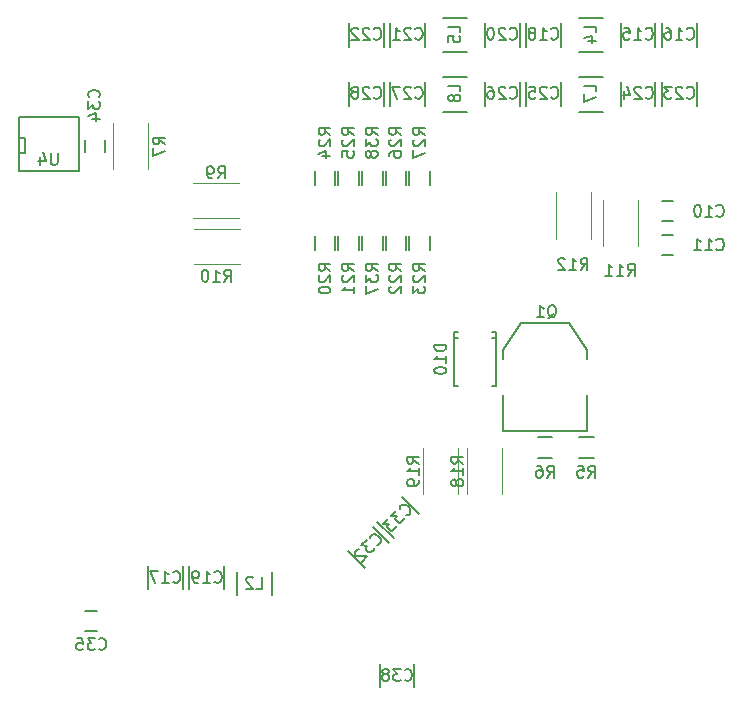
<source format=gbo>
G04 #@! TF.FileFunction,Legend,Bot*
%FSLAX46Y46*%
G04 Gerber Fmt 4.6, Leading zero omitted, Abs format (unit mm)*
G04 Created by KiCad (PCBNEW 4.0.6-e0-6349~53~ubuntu16.04.1) date Thu Aug 24 14:07:56 2017*
%MOMM*%
%LPD*%
G01*
G04 APERTURE LIST*
%ADD10C,0.100000*%
%ADD11C,0.150000*%
%ADD12C,0.120000*%
%ADD13R,1.200000X1.450000*%
%ADD14R,0.708000X1.343000*%
%ADD15R,1.927200X1.927200*%
%ADD16O,1.927200X1.927200*%
%ADD17R,2.700000X1.200000*%
%ADD18R,1.450000X1.200000*%
%ADD19R,1.200000X2.700000*%
%ADD20R,3.857600X2.232000*%
%ADD21R,1.216000X2.232000*%
%ADD22R,0.900000X1.500000*%
%ADD23C,11.200000*%
%ADD24R,1.500000X0.900000*%
%ADD25R,2.232000X2.232000*%
%ADD26O,2.232000X2.232000*%
%ADD27C,2.232000*%
%ADD28C,1.724000*%
%ADD29C,1.200000*%
%ADD30R,0.960000X2.000000*%
%ADD31R,2.000860X2.699360*%
%ADD32R,1.800000X1.600000*%
%ADD33R,1.600000X1.800000*%
G04 APERTURE END LIST*
D10*
D11*
X125000000Y-89202346D02*
X124000000Y-89202346D01*
X124000000Y-87502346D02*
X125000000Y-87502346D01*
X69555000Y-82111000D02*
X74635000Y-82111000D01*
X74635000Y-82111000D02*
X74635000Y-77539000D01*
X74635000Y-77539000D02*
X69555000Y-77539000D01*
X69555000Y-77539000D02*
X69555000Y-82111000D01*
X69555000Y-80587000D02*
X70063000Y-80587000D01*
X70063000Y-80587000D02*
X70063000Y-79317000D01*
X70063000Y-79317000D02*
X69555000Y-79317000D01*
X120525000Y-71573638D02*
X120525000Y-69573638D01*
X123475000Y-69573638D02*
X123475000Y-71573638D01*
X124025000Y-71573638D02*
X124025000Y-69573638D01*
X126975000Y-69573638D02*
X126975000Y-71573638D01*
X83475000Y-115500000D02*
X83475000Y-117500000D01*
X80525000Y-117500000D02*
X80525000Y-115500000D01*
X112525000Y-71573638D02*
X112525000Y-69573638D01*
X115475000Y-69573638D02*
X115475000Y-71573638D01*
X86975000Y-115500000D02*
X86975000Y-117500000D01*
X84025000Y-117500000D02*
X84025000Y-115500000D01*
X109025000Y-71573638D02*
X109025000Y-69573638D01*
X111975000Y-69573638D02*
X111975000Y-71573638D01*
X101025000Y-71573638D02*
X101025000Y-69573638D01*
X103975000Y-69573638D02*
X103975000Y-71573638D01*
X97525000Y-71573638D02*
X97525000Y-69573638D01*
X100475000Y-69573638D02*
X100475000Y-71573638D01*
X124025000Y-76573638D02*
X124025000Y-74573638D01*
X126975000Y-74573638D02*
X126975000Y-76573638D01*
X120525000Y-76573638D02*
X120525000Y-74573638D01*
X123475000Y-74573638D02*
X123475000Y-76573638D01*
X112525000Y-76573638D02*
X112525000Y-74573638D01*
X115475000Y-74573638D02*
X115475000Y-76573638D01*
X109025000Y-76573638D02*
X109025000Y-74573638D01*
X111975000Y-74573638D02*
X111975000Y-76573638D01*
X101025000Y-76573638D02*
X101025000Y-74573638D01*
X103975000Y-74573638D02*
X103975000Y-76573638D01*
X97525000Y-76573638D02*
X97525000Y-74573638D01*
X100475000Y-74573638D02*
X100475000Y-76573638D01*
X98853464Y-115689429D02*
X97439251Y-114275216D01*
X99525216Y-112189251D02*
X100939429Y-113603464D01*
X101353464Y-113189429D02*
X99939251Y-111775216D01*
X102025216Y-109689251D02*
X103439429Y-111103464D01*
X75150000Y-80500000D02*
X75150000Y-79500000D01*
X76850000Y-79500000D02*
X76850000Y-80500000D01*
X75202876Y-119340452D02*
X76202876Y-119340452D01*
X76202876Y-121040452D02*
X75202876Y-121040452D01*
X90975000Y-116000000D02*
X90975000Y-118000000D01*
X88025000Y-118000000D02*
X88025000Y-116000000D01*
X117000000Y-69098638D02*
X119000000Y-69098638D01*
X119000000Y-72048638D02*
X117000000Y-72048638D01*
X105500000Y-69098638D02*
X107500000Y-69098638D01*
X107500000Y-72048638D02*
X105500000Y-72048638D01*
X119000000Y-77048638D02*
X117000000Y-77048638D01*
X117000000Y-74098638D02*
X119000000Y-74098638D01*
X107500000Y-77048638D02*
X105500000Y-77048638D01*
X105500000Y-74098638D02*
X107500000Y-74098638D01*
X117694692Y-101008396D02*
X117694692Y-104056396D01*
X117694692Y-104056396D02*
X110582692Y-104056396D01*
X110582692Y-104056396D02*
X110582692Y-101008396D01*
X117694692Y-97960396D02*
X117694692Y-97198396D01*
X117694692Y-97198396D02*
X116170692Y-94912396D01*
X116170692Y-94912396D02*
X112106692Y-94912396D01*
X112106692Y-94912396D02*
X110582692Y-97198396D01*
X110582692Y-97198396D02*
X110582692Y-97960396D01*
X118238692Y-104609396D02*
X117038692Y-104609396D01*
X117038692Y-106359396D02*
X118238692Y-106359396D01*
X114738692Y-104609396D02*
X113538692Y-104609396D01*
X113538692Y-106359396D02*
X114738692Y-106359396D01*
X94625000Y-87583272D02*
X94625000Y-88783272D01*
X96375000Y-88783272D02*
X96375000Y-87583272D01*
X96625000Y-87583272D02*
X96625000Y-88783272D01*
X98375000Y-88783272D02*
X98375000Y-87583272D01*
X100625000Y-87583272D02*
X100625000Y-88783272D01*
X102375000Y-88783272D02*
X102375000Y-87583272D01*
X102625000Y-87583272D02*
X102625000Y-88783272D01*
X104375000Y-88783272D02*
X104375000Y-87583272D01*
X94625000Y-82083272D02*
X94625000Y-83283272D01*
X96375000Y-83283272D02*
X96375000Y-82083272D01*
X96625000Y-82083272D02*
X96625000Y-83283272D01*
X98375000Y-83283272D02*
X98375000Y-82083272D01*
X100625000Y-82083272D02*
X100625000Y-83283272D01*
X102375000Y-83283272D02*
X102375000Y-82083272D01*
X102625000Y-82083272D02*
X102625000Y-83283272D01*
X104375000Y-83283272D02*
X104375000Y-82083272D01*
X98625000Y-87583272D02*
X98625000Y-88783272D01*
X100375000Y-88783272D02*
X100375000Y-87583272D01*
X98625000Y-82083272D02*
X98625000Y-83283272D01*
X100375000Y-83283272D02*
X100375000Y-82083272D01*
X125000000Y-86350000D02*
X124000000Y-86350000D01*
X124000000Y-84650000D02*
X125000000Y-84650000D01*
X100125000Y-125800000D02*
X100125000Y-123800000D01*
X103075000Y-123800000D02*
X103075000Y-125800000D01*
X109950060Y-96200860D02*
X109599540Y-96200860D01*
X106449940Y-96200860D02*
X106800460Y-96200860D01*
X109950060Y-100250440D02*
X109599540Y-100250440D01*
X109950060Y-95749560D02*
X109599540Y-95749560D01*
X106449940Y-95749560D02*
X106800460Y-95749560D01*
X106449940Y-100250440D02*
X106800460Y-100250440D01*
X109950060Y-95749560D02*
X109950060Y-100250440D01*
X106449940Y-95749560D02*
X106449940Y-100250440D01*
D12*
X117980000Y-87802346D02*
X117980000Y-83902346D01*
X115020000Y-83902346D02*
X115020000Y-87802346D01*
X121980000Y-88450000D02*
X121980000Y-84550000D01*
X119020000Y-84550000D02*
X119020000Y-88450000D01*
X88274788Y-87020000D02*
X84374788Y-87020000D01*
X84374788Y-89980000D02*
X88274788Y-89980000D01*
X88224788Y-83120000D02*
X84324788Y-83120000D01*
X84324788Y-86080000D02*
X88224788Y-86080000D01*
X77520000Y-78050000D02*
X77520000Y-81950000D01*
X80480000Y-81950000D02*
X80480000Y-78050000D01*
X106730000Y-109450000D02*
X106730000Y-105550000D01*
X103770000Y-105550000D02*
X103770000Y-109450000D01*
X110480000Y-109450000D02*
X110480000Y-105550000D01*
X107520000Y-105550000D02*
X107520000Y-109450000D01*
D11*
X128642857Y-88709489D02*
X128690476Y-88757108D01*
X128833333Y-88804727D01*
X128928571Y-88804727D01*
X129071429Y-88757108D01*
X129166667Y-88661870D01*
X129214286Y-88566632D01*
X129261905Y-88376156D01*
X129261905Y-88233298D01*
X129214286Y-88042822D01*
X129166667Y-87947584D01*
X129071429Y-87852346D01*
X128928571Y-87804727D01*
X128833333Y-87804727D01*
X128690476Y-87852346D01*
X128642857Y-87899965D01*
X127690476Y-88804727D02*
X128261905Y-88804727D01*
X127976191Y-88804727D02*
X127976191Y-87804727D01*
X128071429Y-87947584D01*
X128166667Y-88042822D01*
X128261905Y-88090441D01*
X126738095Y-88804727D02*
X127309524Y-88804727D01*
X127023810Y-88804727D02*
X127023810Y-87804727D01*
X127119048Y-87947584D01*
X127214286Y-88042822D01*
X127309524Y-88090441D01*
X72856905Y-80547381D02*
X72856905Y-81356905D01*
X72809286Y-81452143D01*
X72761667Y-81499762D01*
X72666429Y-81547381D01*
X72475952Y-81547381D01*
X72380714Y-81499762D01*
X72333095Y-81452143D01*
X72285476Y-81356905D01*
X72285476Y-80547381D01*
X71380714Y-80880714D02*
X71380714Y-81547381D01*
X71618810Y-80499762D02*
X71856905Y-81214048D01*
X71237857Y-81214048D01*
X122642857Y-70857143D02*
X122690476Y-70904762D01*
X122833333Y-70952381D01*
X122928571Y-70952381D01*
X123071429Y-70904762D01*
X123166667Y-70809524D01*
X123214286Y-70714286D01*
X123261905Y-70523810D01*
X123261905Y-70380952D01*
X123214286Y-70190476D01*
X123166667Y-70095238D01*
X123071429Y-70000000D01*
X122928571Y-69952381D01*
X122833333Y-69952381D01*
X122690476Y-70000000D01*
X122642857Y-70047619D01*
X121690476Y-70952381D02*
X122261905Y-70952381D01*
X121976191Y-70952381D02*
X121976191Y-69952381D01*
X122071429Y-70095238D01*
X122166667Y-70190476D01*
X122261905Y-70238095D01*
X120785714Y-69952381D02*
X121261905Y-69952381D01*
X121309524Y-70428571D01*
X121261905Y-70380952D01*
X121166667Y-70333333D01*
X120928571Y-70333333D01*
X120833333Y-70380952D01*
X120785714Y-70428571D01*
X120738095Y-70523810D01*
X120738095Y-70761905D01*
X120785714Y-70857143D01*
X120833333Y-70904762D01*
X120928571Y-70952381D01*
X121166667Y-70952381D01*
X121261905Y-70904762D01*
X121309524Y-70857143D01*
X126142857Y-70857143D02*
X126190476Y-70904762D01*
X126333333Y-70952381D01*
X126428571Y-70952381D01*
X126571429Y-70904762D01*
X126666667Y-70809524D01*
X126714286Y-70714286D01*
X126761905Y-70523810D01*
X126761905Y-70380952D01*
X126714286Y-70190476D01*
X126666667Y-70095238D01*
X126571429Y-70000000D01*
X126428571Y-69952381D01*
X126333333Y-69952381D01*
X126190476Y-70000000D01*
X126142857Y-70047619D01*
X125190476Y-70952381D02*
X125761905Y-70952381D01*
X125476191Y-70952381D02*
X125476191Y-69952381D01*
X125571429Y-70095238D01*
X125666667Y-70190476D01*
X125761905Y-70238095D01*
X124333333Y-69952381D02*
X124523810Y-69952381D01*
X124619048Y-70000000D01*
X124666667Y-70047619D01*
X124761905Y-70190476D01*
X124809524Y-70380952D01*
X124809524Y-70761905D01*
X124761905Y-70857143D01*
X124714286Y-70904762D01*
X124619048Y-70952381D01*
X124428571Y-70952381D01*
X124333333Y-70904762D01*
X124285714Y-70857143D01*
X124238095Y-70761905D01*
X124238095Y-70523810D01*
X124285714Y-70428571D01*
X124333333Y-70380952D01*
X124428571Y-70333333D01*
X124619048Y-70333333D01*
X124714286Y-70380952D01*
X124761905Y-70428571D01*
X124809524Y-70523810D01*
X82642857Y-116857143D02*
X82690476Y-116904762D01*
X82833333Y-116952381D01*
X82928571Y-116952381D01*
X83071429Y-116904762D01*
X83166667Y-116809524D01*
X83214286Y-116714286D01*
X83261905Y-116523810D01*
X83261905Y-116380952D01*
X83214286Y-116190476D01*
X83166667Y-116095238D01*
X83071429Y-116000000D01*
X82928571Y-115952381D01*
X82833333Y-115952381D01*
X82690476Y-116000000D01*
X82642857Y-116047619D01*
X81690476Y-116952381D02*
X82261905Y-116952381D01*
X81976191Y-116952381D02*
X81976191Y-115952381D01*
X82071429Y-116095238D01*
X82166667Y-116190476D01*
X82261905Y-116238095D01*
X81357143Y-115952381D02*
X80690476Y-115952381D01*
X81119048Y-116952381D01*
X114642857Y-70857143D02*
X114690476Y-70904762D01*
X114833333Y-70952381D01*
X114928571Y-70952381D01*
X115071429Y-70904762D01*
X115166667Y-70809524D01*
X115214286Y-70714286D01*
X115261905Y-70523810D01*
X115261905Y-70380952D01*
X115214286Y-70190476D01*
X115166667Y-70095238D01*
X115071429Y-70000000D01*
X114928571Y-69952381D01*
X114833333Y-69952381D01*
X114690476Y-70000000D01*
X114642857Y-70047619D01*
X113690476Y-70952381D02*
X114261905Y-70952381D01*
X113976191Y-70952381D02*
X113976191Y-69952381D01*
X114071429Y-70095238D01*
X114166667Y-70190476D01*
X114261905Y-70238095D01*
X113119048Y-70380952D02*
X113214286Y-70333333D01*
X113261905Y-70285714D01*
X113309524Y-70190476D01*
X113309524Y-70142857D01*
X113261905Y-70047619D01*
X113214286Y-70000000D01*
X113119048Y-69952381D01*
X112928571Y-69952381D01*
X112833333Y-70000000D01*
X112785714Y-70047619D01*
X112738095Y-70142857D01*
X112738095Y-70190476D01*
X112785714Y-70285714D01*
X112833333Y-70333333D01*
X112928571Y-70380952D01*
X113119048Y-70380952D01*
X113214286Y-70428571D01*
X113261905Y-70476190D01*
X113309524Y-70571429D01*
X113309524Y-70761905D01*
X113261905Y-70857143D01*
X113214286Y-70904762D01*
X113119048Y-70952381D01*
X112928571Y-70952381D01*
X112833333Y-70904762D01*
X112785714Y-70857143D01*
X112738095Y-70761905D01*
X112738095Y-70571429D01*
X112785714Y-70476190D01*
X112833333Y-70428571D01*
X112928571Y-70380952D01*
X86142857Y-116857143D02*
X86190476Y-116904762D01*
X86333333Y-116952381D01*
X86428571Y-116952381D01*
X86571429Y-116904762D01*
X86666667Y-116809524D01*
X86714286Y-116714286D01*
X86761905Y-116523810D01*
X86761905Y-116380952D01*
X86714286Y-116190476D01*
X86666667Y-116095238D01*
X86571429Y-116000000D01*
X86428571Y-115952381D01*
X86333333Y-115952381D01*
X86190476Y-116000000D01*
X86142857Y-116047619D01*
X85190476Y-116952381D02*
X85761905Y-116952381D01*
X85476191Y-116952381D02*
X85476191Y-115952381D01*
X85571429Y-116095238D01*
X85666667Y-116190476D01*
X85761905Y-116238095D01*
X84714286Y-116952381D02*
X84523810Y-116952381D01*
X84428571Y-116904762D01*
X84380952Y-116857143D01*
X84285714Y-116714286D01*
X84238095Y-116523810D01*
X84238095Y-116142857D01*
X84285714Y-116047619D01*
X84333333Y-116000000D01*
X84428571Y-115952381D01*
X84619048Y-115952381D01*
X84714286Y-116000000D01*
X84761905Y-116047619D01*
X84809524Y-116142857D01*
X84809524Y-116380952D01*
X84761905Y-116476190D01*
X84714286Y-116523810D01*
X84619048Y-116571429D01*
X84428571Y-116571429D01*
X84333333Y-116523810D01*
X84285714Y-116476190D01*
X84238095Y-116380952D01*
X111142857Y-70857143D02*
X111190476Y-70904762D01*
X111333333Y-70952381D01*
X111428571Y-70952381D01*
X111571429Y-70904762D01*
X111666667Y-70809524D01*
X111714286Y-70714286D01*
X111761905Y-70523810D01*
X111761905Y-70380952D01*
X111714286Y-70190476D01*
X111666667Y-70095238D01*
X111571429Y-70000000D01*
X111428571Y-69952381D01*
X111333333Y-69952381D01*
X111190476Y-70000000D01*
X111142857Y-70047619D01*
X110761905Y-70047619D02*
X110714286Y-70000000D01*
X110619048Y-69952381D01*
X110380952Y-69952381D01*
X110285714Y-70000000D01*
X110238095Y-70047619D01*
X110190476Y-70142857D01*
X110190476Y-70238095D01*
X110238095Y-70380952D01*
X110809524Y-70952381D01*
X110190476Y-70952381D01*
X109571429Y-69952381D02*
X109476190Y-69952381D01*
X109380952Y-70000000D01*
X109333333Y-70047619D01*
X109285714Y-70142857D01*
X109238095Y-70333333D01*
X109238095Y-70571429D01*
X109285714Y-70761905D01*
X109333333Y-70857143D01*
X109380952Y-70904762D01*
X109476190Y-70952381D01*
X109571429Y-70952381D01*
X109666667Y-70904762D01*
X109714286Y-70857143D01*
X109761905Y-70761905D01*
X109809524Y-70571429D01*
X109809524Y-70333333D01*
X109761905Y-70142857D01*
X109714286Y-70047619D01*
X109666667Y-70000000D01*
X109571429Y-69952381D01*
X103142857Y-70857143D02*
X103190476Y-70904762D01*
X103333333Y-70952381D01*
X103428571Y-70952381D01*
X103571429Y-70904762D01*
X103666667Y-70809524D01*
X103714286Y-70714286D01*
X103761905Y-70523810D01*
X103761905Y-70380952D01*
X103714286Y-70190476D01*
X103666667Y-70095238D01*
X103571429Y-70000000D01*
X103428571Y-69952381D01*
X103333333Y-69952381D01*
X103190476Y-70000000D01*
X103142857Y-70047619D01*
X102761905Y-70047619D02*
X102714286Y-70000000D01*
X102619048Y-69952381D01*
X102380952Y-69952381D01*
X102285714Y-70000000D01*
X102238095Y-70047619D01*
X102190476Y-70142857D01*
X102190476Y-70238095D01*
X102238095Y-70380952D01*
X102809524Y-70952381D01*
X102190476Y-70952381D01*
X101238095Y-70952381D02*
X101809524Y-70952381D01*
X101523810Y-70952381D02*
X101523810Y-69952381D01*
X101619048Y-70095238D01*
X101714286Y-70190476D01*
X101809524Y-70238095D01*
X99642857Y-70857143D02*
X99690476Y-70904762D01*
X99833333Y-70952381D01*
X99928571Y-70952381D01*
X100071429Y-70904762D01*
X100166667Y-70809524D01*
X100214286Y-70714286D01*
X100261905Y-70523810D01*
X100261905Y-70380952D01*
X100214286Y-70190476D01*
X100166667Y-70095238D01*
X100071429Y-70000000D01*
X99928571Y-69952381D01*
X99833333Y-69952381D01*
X99690476Y-70000000D01*
X99642857Y-70047619D01*
X99261905Y-70047619D02*
X99214286Y-70000000D01*
X99119048Y-69952381D01*
X98880952Y-69952381D01*
X98785714Y-70000000D01*
X98738095Y-70047619D01*
X98690476Y-70142857D01*
X98690476Y-70238095D01*
X98738095Y-70380952D01*
X99309524Y-70952381D01*
X98690476Y-70952381D01*
X98309524Y-70047619D02*
X98261905Y-70000000D01*
X98166667Y-69952381D01*
X97928571Y-69952381D01*
X97833333Y-70000000D01*
X97785714Y-70047619D01*
X97738095Y-70142857D01*
X97738095Y-70238095D01*
X97785714Y-70380952D01*
X98357143Y-70952381D01*
X97738095Y-70952381D01*
X126142857Y-75857143D02*
X126190476Y-75904762D01*
X126333333Y-75952381D01*
X126428571Y-75952381D01*
X126571429Y-75904762D01*
X126666667Y-75809524D01*
X126714286Y-75714286D01*
X126761905Y-75523810D01*
X126761905Y-75380952D01*
X126714286Y-75190476D01*
X126666667Y-75095238D01*
X126571429Y-75000000D01*
X126428571Y-74952381D01*
X126333333Y-74952381D01*
X126190476Y-75000000D01*
X126142857Y-75047619D01*
X125761905Y-75047619D02*
X125714286Y-75000000D01*
X125619048Y-74952381D01*
X125380952Y-74952381D01*
X125285714Y-75000000D01*
X125238095Y-75047619D01*
X125190476Y-75142857D01*
X125190476Y-75238095D01*
X125238095Y-75380952D01*
X125809524Y-75952381D01*
X125190476Y-75952381D01*
X124857143Y-74952381D02*
X124238095Y-74952381D01*
X124571429Y-75333333D01*
X124428571Y-75333333D01*
X124333333Y-75380952D01*
X124285714Y-75428571D01*
X124238095Y-75523810D01*
X124238095Y-75761905D01*
X124285714Y-75857143D01*
X124333333Y-75904762D01*
X124428571Y-75952381D01*
X124714286Y-75952381D01*
X124809524Y-75904762D01*
X124857143Y-75857143D01*
X122642857Y-75857143D02*
X122690476Y-75904762D01*
X122833333Y-75952381D01*
X122928571Y-75952381D01*
X123071429Y-75904762D01*
X123166667Y-75809524D01*
X123214286Y-75714286D01*
X123261905Y-75523810D01*
X123261905Y-75380952D01*
X123214286Y-75190476D01*
X123166667Y-75095238D01*
X123071429Y-75000000D01*
X122928571Y-74952381D01*
X122833333Y-74952381D01*
X122690476Y-75000000D01*
X122642857Y-75047619D01*
X122261905Y-75047619D02*
X122214286Y-75000000D01*
X122119048Y-74952381D01*
X121880952Y-74952381D01*
X121785714Y-75000000D01*
X121738095Y-75047619D01*
X121690476Y-75142857D01*
X121690476Y-75238095D01*
X121738095Y-75380952D01*
X122309524Y-75952381D01*
X121690476Y-75952381D01*
X120833333Y-75285714D02*
X120833333Y-75952381D01*
X121071429Y-74904762D02*
X121309524Y-75619048D01*
X120690476Y-75619048D01*
X114642857Y-75857143D02*
X114690476Y-75904762D01*
X114833333Y-75952381D01*
X114928571Y-75952381D01*
X115071429Y-75904762D01*
X115166667Y-75809524D01*
X115214286Y-75714286D01*
X115261905Y-75523810D01*
X115261905Y-75380952D01*
X115214286Y-75190476D01*
X115166667Y-75095238D01*
X115071429Y-75000000D01*
X114928571Y-74952381D01*
X114833333Y-74952381D01*
X114690476Y-75000000D01*
X114642857Y-75047619D01*
X114261905Y-75047619D02*
X114214286Y-75000000D01*
X114119048Y-74952381D01*
X113880952Y-74952381D01*
X113785714Y-75000000D01*
X113738095Y-75047619D01*
X113690476Y-75142857D01*
X113690476Y-75238095D01*
X113738095Y-75380952D01*
X114309524Y-75952381D01*
X113690476Y-75952381D01*
X112785714Y-74952381D02*
X113261905Y-74952381D01*
X113309524Y-75428571D01*
X113261905Y-75380952D01*
X113166667Y-75333333D01*
X112928571Y-75333333D01*
X112833333Y-75380952D01*
X112785714Y-75428571D01*
X112738095Y-75523810D01*
X112738095Y-75761905D01*
X112785714Y-75857143D01*
X112833333Y-75904762D01*
X112928571Y-75952381D01*
X113166667Y-75952381D01*
X113261905Y-75904762D01*
X113309524Y-75857143D01*
X111142857Y-75857143D02*
X111190476Y-75904762D01*
X111333333Y-75952381D01*
X111428571Y-75952381D01*
X111571429Y-75904762D01*
X111666667Y-75809524D01*
X111714286Y-75714286D01*
X111761905Y-75523810D01*
X111761905Y-75380952D01*
X111714286Y-75190476D01*
X111666667Y-75095238D01*
X111571429Y-75000000D01*
X111428571Y-74952381D01*
X111333333Y-74952381D01*
X111190476Y-75000000D01*
X111142857Y-75047619D01*
X110761905Y-75047619D02*
X110714286Y-75000000D01*
X110619048Y-74952381D01*
X110380952Y-74952381D01*
X110285714Y-75000000D01*
X110238095Y-75047619D01*
X110190476Y-75142857D01*
X110190476Y-75238095D01*
X110238095Y-75380952D01*
X110809524Y-75952381D01*
X110190476Y-75952381D01*
X109333333Y-74952381D02*
X109523810Y-74952381D01*
X109619048Y-75000000D01*
X109666667Y-75047619D01*
X109761905Y-75190476D01*
X109809524Y-75380952D01*
X109809524Y-75761905D01*
X109761905Y-75857143D01*
X109714286Y-75904762D01*
X109619048Y-75952381D01*
X109428571Y-75952381D01*
X109333333Y-75904762D01*
X109285714Y-75857143D01*
X109238095Y-75761905D01*
X109238095Y-75523810D01*
X109285714Y-75428571D01*
X109333333Y-75380952D01*
X109428571Y-75333333D01*
X109619048Y-75333333D01*
X109714286Y-75380952D01*
X109761905Y-75428571D01*
X109809524Y-75523810D01*
X103142857Y-75857143D02*
X103190476Y-75904762D01*
X103333333Y-75952381D01*
X103428571Y-75952381D01*
X103571429Y-75904762D01*
X103666667Y-75809524D01*
X103714286Y-75714286D01*
X103761905Y-75523810D01*
X103761905Y-75380952D01*
X103714286Y-75190476D01*
X103666667Y-75095238D01*
X103571429Y-75000000D01*
X103428571Y-74952381D01*
X103333333Y-74952381D01*
X103190476Y-75000000D01*
X103142857Y-75047619D01*
X102761905Y-75047619D02*
X102714286Y-75000000D01*
X102619048Y-74952381D01*
X102380952Y-74952381D01*
X102285714Y-75000000D01*
X102238095Y-75047619D01*
X102190476Y-75142857D01*
X102190476Y-75238095D01*
X102238095Y-75380952D01*
X102809524Y-75952381D01*
X102190476Y-75952381D01*
X101857143Y-74952381D02*
X101190476Y-74952381D01*
X101619048Y-75952381D01*
X99642857Y-75857143D02*
X99690476Y-75904762D01*
X99833333Y-75952381D01*
X99928571Y-75952381D01*
X100071429Y-75904762D01*
X100166667Y-75809524D01*
X100214286Y-75714286D01*
X100261905Y-75523810D01*
X100261905Y-75380952D01*
X100214286Y-75190476D01*
X100166667Y-75095238D01*
X100071429Y-75000000D01*
X99928571Y-74952381D01*
X99833333Y-74952381D01*
X99690476Y-75000000D01*
X99642857Y-75047619D01*
X99261905Y-75047619D02*
X99214286Y-75000000D01*
X99119048Y-74952381D01*
X98880952Y-74952381D01*
X98785714Y-75000000D01*
X98738095Y-75047619D01*
X98690476Y-75142857D01*
X98690476Y-75238095D01*
X98738095Y-75380952D01*
X99309524Y-75952381D01*
X98690476Y-75952381D01*
X98119048Y-75380952D02*
X98214286Y-75333333D01*
X98261905Y-75285714D01*
X98309524Y-75190476D01*
X98309524Y-75142857D01*
X98261905Y-75047619D01*
X98214286Y-75000000D01*
X98119048Y-74952381D01*
X97928571Y-74952381D01*
X97833333Y-75000000D01*
X97785714Y-75047619D01*
X97738095Y-75142857D01*
X97738095Y-75190476D01*
X97785714Y-75285714D01*
X97833333Y-75333333D01*
X97928571Y-75380952D01*
X98119048Y-75380952D01*
X98214286Y-75428571D01*
X98261905Y-75476190D01*
X98309524Y-75571429D01*
X98309524Y-75761905D01*
X98261905Y-75857143D01*
X98214286Y-75904762D01*
X98119048Y-75952381D01*
X97928571Y-75952381D01*
X97833333Y-75904762D01*
X97785714Y-75857143D01*
X97738095Y-75761905D01*
X97738095Y-75571429D01*
X97785714Y-75476190D01*
X97833333Y-75428571D01*
X97928571Y-75380952D01*
X99896447Y-113737310D02*
X99963790Y-113737310D01*
X100098477Y-113669966D01*
X100165821Y-113602623D01*
X100233165Y-113467935D01*
X100233165Y-113333248D01*
X100199493Y-113232233D01*
X100098478Y-113063875D01*
X99997462Y-112962859D01*
X99829103Y-112861844D01*
X99728088Y-112828172D01*
X99593401Y-112828172D01*
X99458714Y-112895516D01*
X99391370Y-112962859D01*
X99324027Y-113097546D01*
X99324027Y-113164890D01*
X99020981Y-113333248D02*
X98583248Y-113770981D01*
X99088325Y-113804652D01*
X98987309Y-113905668D01*
X98953637Y-114006683D01*
X98953637Y-114074027D01*
X98987310Y-114175043D01*
X99155668Y-114343401D01*
X99256683Y-114377073D01*
X99324027Y-114377073D01*
X99425042Y-114343401D01*
X99627073Y-114141370D01*
X99660745Y-114040355D01*
X99660745Y-113973012D01*
X98381218Y-114107699D02*
X98313875Y-114107699D01*
X98212859Y-114141370D01*
X98044500Y-114309730D01*
X98010828Y-114410745D01*
X98010828Y-114478088D01*
X98044500Y-114579103D01*
X98111844Y-114646447D01*
X98246530Y-114713790D01*
X99054653Y-114713790D01*
X98616920Y-115151523D01*
X102396447Y-111237310D02*
X102463790Y-111237310D01*
X102598477Y-111169966D01*
X102665821Y-111102623D01*
X102733165Y-110967935D01*
X102733165Y-110833248D01*
X102699493Y-110732233D01*
X102598478Y-110563875D01*
X102497462Y-110462859D01*
X102329103Y-110361844D01*
X102228088Y-110328172D01*
X102093401Y-110328172D01*
X101958714Y-110395516D01*
X101891370Y-110462859D01*
X101824027Y-110597546D01*
X101824027Y-110664890D01*
X101520981Y-110833248D02*
X101083248Y-111270981D01*
X101588325Y-111304652D01*
X101487309Y-111405668D01*
X101453637Y-111506683D01*
X101453637Y-111574027D01*
X101487310Y-111675043D01*
X101655668Y-111843401D01*
X101756683Y-111877073D01*
X101824027Y-111877073D01*
X101925042Y-111843401D01*
X102127073Y-111641370D01*
X102160745Y-111540355D01*
X102160745Y-111473012D01*
X100847546Y-111506683D02*
X100409813Y-111944416D01*
X100914890Y-111978087D01*
X100813874Y-112079103D01*
X100780202Y-112180118D01*
X100780202Y-112247462D01*
X100813875Y-112348478D01*
X100982233Y-112516836D01*
X101083248Y-112550508D01*
X101150592Y-112550508D01*
X101251607Y-112516836D01*
X101453638Y-112314805D01*
X101487310Y-112213790D01*
X101487310Y-112146447D01*
X76357143Y-75857143D02*
X76404762Y-75809524D01*
X76452381Y-75666667D01*
X76452381Y-75571429D01*
X76404762Y-75428571D01*
X76309524Y-75333333D01*
X76214286Y-75285714D01*
X76023810Y-75238095D01*
X75880952Y-75238095D01*
X75690476Y-75285714D01*
X75595238Y-75333333D01*
X75500000Y-75428571D01*
X75452381Y-75571429D01*
X75452381Y-75666667D01*
X75500000Y-75809524D01*
X75547619Y-75857143D01*
X75452381Y-76190476D02*
X75452381Y-76809524D01*
X75833333Y-76476190D01*
X75833333Y-76619048D01*
X75880952Y-76714286D01*
X75928571Y-76761905D01*
X76023810Y-76809524D01*
X76261905Y-76809524D01*
X76357143Y-76761905D01*
X76404762Y-76714286D01*
X76452381Y-76619048D01*
X76452381Y-76333333D01*
X76404762Y-76238095D01*
X76357143Y-76190476D01*
X75785714Y-77666667D02*
X76452381Y-77666667D01*
X75404762Y-77428571D02*
X76119048Y-77190476D01*
X76119048Y-77809524D01*
X76345733Y-122547595D02*
X76393352Y-122595214D01*
X76536209Y-122642833D01*
X76631447Y-122642833D01*
X76774305Y-122595214D01*
X76869543Y-122499976D01*
X76917162Y-122404738D01*
X76964781Y-122214262D01*
X76964781Y-122071404D01*
X76917162Y-121880928D01*
X76869543Y-121785690D01*
X76774305Y-121690452D01*
X76631447Y-121642833D01*
X76536209Y-121642833D01*
X76393352Y-121690452D01*
X76345733Y-121738071D01*
X76012400Y-121642833D02*
X75393352Y-121642833D01*
X75726686Y-122023785D01*
X75583828Y-122023785D01*
X75488590Y-122071404D01*
X75440971Y-122119023D01*
X75393352Y-122214262D01*
X75393352Y-122452357D01*
X75440971Y-122547595D01*
X75488590Y-122595214D01*
X75583828Y-122642833D01*
X75869543Y-122642833D01*
X75964781Y-122595214D01*
X76012400Y-122547595D01*
X74488590Y-121642833D02*
X74964781Y-121642833D01*
X75012400Y-122119023D01*
X74964781Y-122071404D01*
X74869543Y-122023785D01*
X74631447Y-122023785D01*
X74536209Y-122071404D01*
X74488590Y-122119023D01*
X74440971Y-122214262D01*
X74440971Y-122452357D01*
X74488590Y-122547595D01*
X74536209Y-122595214D01*
X74631447Y-122642833D01*
X74869543Y-122642833D01*
X74964781Y-122595214D01*
X75012400Y-122547595D01*
X89666666Y-117452381D02*
X90142857Y-117452381D01*
X90142857Y-116452381D01*
X89380952Y-116547619D02*
X89333333Y-116500000D01*
X89238095Y-116452381D01*
X88999999Y-116452381D01*
X88904761Y-116500000D01*
X88857142Y-116547619D01*
X88809523Y-116642857D01*
X88809523Y-116738095D01*
X88857142Y-116880952D01*
X89428571Y-117452381D01*
X88809523Y-117452381D01*
X118452381Y-70333334D02*
X118452381Y-69857143D01*
X117452381Y-69857143D01*
X117785714Y-71095239D02*
X118452381Y-71095239D01*
X117404762Y-70857143D02*
X118119048Y-70619048D01*
X118119048Y-71238096D01*
X106952381Y-70333334D02*
X106952381Y-69857143D01*
X105952381Y-69857143D01*
X105952381Y-71142858D02*
X105952381Y-70666667D01*
X106428571Y-70619048D01*
X106380952Y-70666667D01*
X106333333Y-70761905D01*
X106333333Y-71000001D01*
X106380952Y-71095239D01*
X106428571Y-71142858D01*
X106523810Y-71190477D01*
X106761905Y-71190477D01*
X106857143Y-71142858D01*
X106904762Y-71095239D01*
X106952381Y-71000001D01*
X106952381Y-70761905D01*
X106904762Y-70666667D01*
X106857143Y-70619048D01*
X118452381Y-75333334D02*
X118452381Y-74857143D01*
X117452381Y-74857143D01*
X117452381Y-75571429D02*
X117452381Y-76238096D01*
X118452381Y-75809524D01*
X106952381Y-75333334D02*
X106952381Y-74857143D01*
X105952381Y-74857143D01*
X106380952Y-75809524D02*
X106333333Y-75714286D01*
X106285714Y-75666667D01*
X106190476Y-75619048D01*
X106142857Y-75619048D01*
X106047619Y-75666667D01*
X106000000Y-75714286D01*
X105952381Y-75809524D01*
X105952381Y-76000001D01*
X106000000Y-76095239D01*
X106047619Y-76142858D01*
X106142857Y-76190477D01*
X106190476Y-76190477D01*
X106285714Y-76142858D01*
X106333333Y-76095239D01*
X106380952Y-76000001D01*
X106380952Y-75809524D01*
X106428571Y-75714286D01*
X106476190Y-75666667D01*
X106571429Y-75619048D01*
X106761905Y-75619048D01*
X106857143Y-75666667D01*
X106904762Y-75714286D01*
X106952381Y-75809524D01*
X106952381Y-76000001D01*
X106904762Y-76095239D01*
X106857143Y-76142858D01*
X106761905Y-76190477D01*
X106571429Y-76190477D01*
X106476190Y-76142858D01*
X106428571Y-76095239D01*
X106380952Y-76000001D01*
X114345238Y-94547619D02*
X114440476Y-94500000D01*
X114535714Y-94404762D01*
X114678571Y-94261905D01*
X114773810Y-94214286D01*
X114869048Y-94214286D01*
X114821429Y-94452381D02*
X114916667Y-94404762D01*
X115011905Y-94309524D01*
X115059524Y-94119048D01*
X115059524Y-93785714D01*
X115011905Y-93595238D01*
X114916667Y-93500000D01*
X114821429Y-93452381D01*
X114630952Y-93452381D01*
X114535714Y-93500000D01*
X114440476Y-93595238D01*
X114392857Y-93785714D01*
X114392857Y-94119048D01*
X114440476Y-94309524D01*
X114535714Y-94404762D01*
X114630952Y-94452381D01*
X114821429Y-94452381D01*
X113440476Y-94452381D02*
X114011905Y-94452381D01*
X113726191Y-94452381D02*
X113726191Y-93452381D01*
X113821429Y-93595238D01*
X113916667Y-93690476D01*
X114011905Y-93738095D01*
X117805358Y-108036777D02*
X118138692Y-107560586D01*
X118376787Y-108036777D02*
X118376787Y-107036777D01*
X117995834Y-107036777D01*
X117900596Y-107084396D01*
X117852977Y-107132015D01*
X117805358Y-107227253D01*
X117805358Y-107370110D01*
X117852977Y-107465348D01*
X117900596Y-107512967D01*
X117995834Y-107560586D01*
X118376787Y-107560586D01*
X116900596Y-107036777D02*
X117376787Y-107036777D01*
X117424406Y-107512967D01*
X117376787Y-107465348D01*
X117281549Y-107417729D01*
X117043453Y-107417729D01*
X116948215Y-107465348D01*
X116900596Y-107512967D01*
X116852977Y-107608206D01*
X116852977Y-107846301D01*
X116900596Y-107941539D01*
X116948215Y-107989158D01*
X117043453Y-108036777D01*
X117281549Y-108036777D01*
X117376787Y-107989158D01*
X117424406Y-107941539D01*
X114305358Y-108036777D02*
X114638692Y-107560586D01*
X114876787Y-108036777D02*
X114876787Y-107036777D01*
X114495834Y-107036777D01*
X114400596Y-107084396D01*
X114352977Y-107132015D01*
X114305358Y-107227253D01*
X114305358Y-107370110D01*
X114352977Y-107465348D01*
X114400596Y-107512967D01*
X114495834Y-107560586D01*
X114876787Y-107560586D01*
X113448215Y-107036777D02*
X113638692Y-107036777D01*
X113733930Y-107084396D01*
X113781549Y-107132015D01*
X113876787Y-107274872D01*
X113924406Y-107465348D01*
X113924406Y-107846301D01*
X113876787Y-107941539D01*
X113829168Y-107989158D01*
X113733930Y-108036777D01*
X113543453Y-108036777D01*
X113448215Y-107989158D01*
X113400596Y-107941539D01*
X113352977Y-107846301D01*
X113352977Y-107608206D01*
X113400596Y-107512967D01*
X113448215Y-107465348D01*
X113543453Y-107417729D01*
X113733930Y-107417729D01*
X113829168Y-107465348D01*
X113876787Y-107512967D01*
X113924406Y-107608206D01*
X95952381Y-90540415D02*
X95476190Y-90207081D01*
X95952381Y-89968986D02*
X94952381Y-89968986D01*
X94952381Y-90349939D01*
X95000000Y-90445177D01*
X95047619Y-90492796D01*
X95142857Y-90540415D01*
X95285714Y-90540415D01*
X95380952Y-90492796D01*
X95428571Y-90445177D01*
X95476190Y-90349939D01*
X95476190Y-89968986D01*
X95047619Y-90921367D02*
X95000000Y-90968986D01*
X94952381Y-91064224D01*
X94952381Y-91302320D01*
X95000000Y-91397558D01*
X95047619Y-91445177D01*
X95142857Y-91492796D01*
X95238095Y-91492796D01*
X95380952Y-91445177D01*
X95952381Y-90873748D01*
X95952381Y-91492796D01*
X94952381Y-92111843D02*
X94952381Y-92207082D01*
X95000000Y-92302320D01*
X95047619Y-92349939D01*
X95142857Y-92397558D01*
X95333333Y-92445177D01*
X95571429Y-92445177D01*
X95761905Y-92397558D01*
X95857143Y-92349939D01*
X95904762Y-92302320D01*
X95952381Y-92207082D01*
X95952381Y-92111843D01*
X95904762Y-92016605D01*
X95857143Y-91968986D01*
X95761905Y-91921367D01*
X95571429Y-91873748D01*
X95333333Y-91873748D01*
X95142857Y-91921367D01*
X95047619Y-91968986D01*
X95000000Y-92016605D01*
X94952381Y-92111843D01*
X97952381Y-90540415D02*
X97476190Y-90207081D01*
X97952381Y-89968986D02*
X96952381Y-89968986D01*
X96952381Y-90349939D01*
X97000000Y-90445177D01*
X97047619Y-90492796D01*
X97142857Y-90540415D01*
X97285714Y-90540415D01*
X97380952Y-90492796D01*
X97428571Y-90445177D01*
X97476190Y-90349939D01*
X97476190Y-89968986D01*
X97047619Y-90921367D02*
X97000000Y-90968986D01*
X96952381Y-91064224D01*
X96952381Y-91302320D01*
X97000000Y-91397558D01*
X97047619Y-91445177D01*
X97142857Y-91492796D01*
X97238095Y-91492796D01*
X97380952Y-91445177D01*
X97952381Y-90873748D01*
X97952381Y-91492796D01*
X97952381Y-92445177D02*
X97952381Y-91873748D01*
X97952381Y-92159462D02*
X96952381Y-92159462D01*
X97095238Y-92064224D01*
X97190476Y-91968986D01*
X97238095Y-91873748D01*
X101952381Y-90540415D02*
X101476190Y-90207081D01*
X101952381Y-89968986D02*
X100952381Y-89968986D01*
X100952381Y-90349939D01*
X101000000Y-90445177D01*
X101047619Y-90492796D01*
X101142857Y-90540415D01*
X101285714Y-90540415D01*
X101380952Y-90492796D01*
X101428571Y-90445177D01*
X101476190Y-90349939D01*
X101476190Y-89968986D01*
X101047619Y-90921367D02*
X101000000Y-90968986D01*
X100952381Y-91064224D01*
X100952381Y-91302320D01*
X101000000Y-91397558D01*
X101047619Y-91445177D01*
X101142857Y-91492796D01*
X101238095Y-91492796D01*
X101380952Y-91445177D01*
X101952381Y-90873748D01*
X101952381Y-91492796D01*
X101047619Y-91873748D02*
X101000000Y-91921367D01*
X100952381Y-92016605D01*
X100952381Y-92254701D01*
X101000000Y-92349939D01*
X101047619Y-92397558D01*
X101142857Y-92445177D01*
X101238095Y-92445177D01*
X101380952Y-92397558D01*
X101952381Y-91826129D01*
X101952381Y-92445177D01*
X103952381Y-90540415D02*
X103476190Y-90207081D01*
X103952381Y-89968986D02*
X102952381Y-89968986D01*
X102952381Y-90349939D01*
X103000000Y-90445177D01*
X103047619Y-90492796D01*
X103142857Y-90540415D01*
X103285714Y-90540415D01*
X103380952Y-90492796D01*
X103428571Y-90445177D01*
X103476190Y-90349939D01*
X103476190Y-89968986D01*
X103047619Y-90921367D02*
X103000000Y-90968986D01*
X102952381Y-91064224D01*
X102952381Y-91302320D01*
X103000000Y-91397558D01*
X103047619Y-91445177D01*
X103142857Y-91492796D01*
X103238095Y-91492796D01*
X103380952Y-91445177D01*
X103952381Y-90873748D01*
X103952381Y-91492796D01*
X102952381Y-91826129D02*
X102952381Y-92445177D01*
X103333333Y-92111843D01*
X103333333Y-92254701D01*
X103380952Y-92349939D01*
X103428571Y-92397558D01*
X103523810Y-92445177D01*
X103761905Y-92445177D01*
X103857143Y-92397558D01*
X103904762Y-92349939D01*
X103952381Y-92254701D01*
X103952381Y-91968986D01*
X103904762Y-91873748D01*
X103857143Y-91826129D01*
X95952381Y-79040415D02*
X95476190Y-78707081D01*
X95952381Y-78468986D02*
X94952381Y-78468986D01*
X94952381Y-78849939D01*
X95000000Y-78945177D01*
X95047619Y-78992796D01*
X95142857Y-79040415D01*
X95285714Y-79040415D01*
X95380952Y-78992796D01*
X95428571Y-78945177D01*
X95476190Y-78849939D01*
X95476190Y-78468986D01*
X95047619Y-79421367D02*
X95000000Y-79468986D01*
X94952381Y-79564224D01*
X94952381Y-79802320D01*
X95000000Y-79897558D01*
X95047619Y-79945177D01*
X95142857Y-79992796D01*
X95238095Y-79992796D01*
X95380952Y-79945177D01*
X95952381Y-79373748D01*
X95952381Y-79992796D01*
X95285714Y-80849939D02*
X95952381Y-80849939D01*
X94904762Y-80611843D02*
X95619048Y-80373748D01*
X95619048Y-80992796D01*
X97952381Y-79040415D02*
X97476190Y-78707081D01*
X97952381Y-78468986D02*
X96952381Y-78468986D01*
X96952381Y-78849939D01*
X97000000Y-78945177D01*
X97047619Y-78992796D01*
X97142857Y-79040415D01*
X97285714Y-79040415D01*
X97380952Y-78992796D01*
X97428571Y-78945177D01*
X97476190Y-78849939D01*
X97476190Y-78468986D01*
X97047619Y-79421367D02*
X97000000Y-79468986D01*
X96952381Y-79564224D01*
X96952381Y-79802320D01*
X97000000Y-79897558D01*
X97047619Y-79945177D01*
X97142857Y-79992796D01*
X97238095Y-79992796D01*
X97380952Y-79945177D01*
X97952381Y-79373748D01*
X97952381Y-79992796D01*
X96952381Y-80897558D02*
X96952381Y-80421367D01*
X97428571Y-80373748D01*
X97380952Y-80421367D01*
X97333333Y-80516605D01*
X97333333Y-80754701D01*
X97380952Y-80849939D01*
X97428571Y-80897558D01*
X97523810Y-80945177D01*
X97761905Y-80945177D01*
X97857143Y-80897558D01*
X97904762Y-80849939D01*
X97952381Y-80754701D01*
X97952381Y-80516605D01*
X97904762Y-80421367D01*
X97857143Y-80373748D01*
X101952381Y-79040415D02*
X101476190Y-78707081D01*
X101952381Y-78468986D02*
X100952381Y-78468986D01*
X100952381Y-78849939D01*
X101000000Y-78945177D01*
X101047619Y-78992796D01*
X101142857Y-79040415D01*
X101285714Y-79040415D01*
X101380952Y-78992796D01*
X101428571Y-78945177D01*
X101476190Y-78849939D01*
X101476190Y-78468986D01*
X101047619Y-79421367D02*
X101000000Y-79468986D01*
X100952381Y-79564224D01*
X100952381Y-79802320D01*
X101000000Y-79897558D01*
X101047619Y-79945177D01*
X101142857Y-79992796D01*
X101238095Y-79992796D01*
X101380952Y-79945177D01*
X101952381Y-79373748D01*
X101952381Y-79992796D01*
X100952381Y-80849939D02*
X100952381Y-80659462D01*
X101000000Y-80564224D01*
X101047619Y-80516605D01*
X101190476Y-80421367D01*
X101380952Y-80373748D01*
X101761905Y-80373748D01*
X101857143Y-80421367D01*
X101904762Y-80468986D01*
X101952381Y-80564224D01*
X101952381Y-80754701D01*
X101904762Y-80849939D01*
X101857143Y-80897558D01*
X101761905Y-80945177D01*
X101523810Y-80945177D01*
X101428571Y-80897558D01*
X101380952Y-80849939D01*
X101333333Y-80754701D01*
X101333333Y-80564224D01*
X101380952Y-80468986D01*
X101428571Y-80421367D01*
X101523810Y-80373748D01*
X103952381Y-79040415D02*
X103476190Y-78707081D01*
X103952381Y-78468986D02*
X102952381Y-78468986D01*
X102952381Y-78849939D01*
X103000000Y-78945177D01*
X103047619Y-78992796D01*
X103142857Y-79040415D01*
X103285714Y-79040415D01*
X103380952Y-78992796D01*
X103428571Y-78945177D01*
X103476190Y-78849939D01*
X103476190Y-78468986D01*
X103047619Y-79421367D02*
X103000000Y-79468986D01*
X102952381Y-79564224D01*
X102952381Y-79802320D01*
X103000000Y-79897558D01*
X103047619Y-79945177D01*
X103142857Y-79992796D01*
X103238095Y-79992796D01*
X103380952Y-79945177D01*
X103952381Y-79373748D01*
X103952381Y-79992796D01*
X102952381Y-80326129D02*
X102952381Y-80992796D01*
X103952381Y-80564224D01*
X99952381Y-90540415D02*
X99476190Y-90207081D01*
X99952381Y-89968986D02*
X98952381Y-89968986D01*
X98952381Y-90349939D01*
X99000000Y-90445177D01*
X99047619Y-90492796D01*
X99142857Y-90540415D01*
X99285714Y-90540415D01*
X99380952Y-90492796D01*
X99428571Y-90445177D01*
X99476190Y-90349939D01*
X99476190Y-89968986D01*
X98952381Y-90873748D02*
X98952381Y-91492796D01*
X99333333Y-91159462D01*
X99333333Y-91302320D01*
X99380952Y-91397558D01*
X99428571Y-91445177D01*
X99523810Y-91492796D01*
X99761905Y-91492796D01*
X99857143Y-91445177D01*
X99904762Y-91397558D01*
X99952381Y-91302320D01*
X99952381Y-91016605D01*
X99904762Y-90921367D01*
X99857143Y-90873748D01*
X98952381Y-91826129D02*
X98952381Y-92492796D01*
X99952381Y-92064224D01*
X99952381Y-79040415D02*
X99476190Y-78707081D01*
X99952381Y-78468986D02*
X98952381Y-78468986D01*
X98952381Y-78849939D01*
X99000000Y-78945177D01*
X99047619Y-78992796D01*
X99142857Y-79040415D01*
X99285714Y-79040415D01*
X99380952Y-78992796D01*
X99428571Y-78945177D01*
X99476190Y-78849939D01*
X99476190Y-78468986D01*
X98952381Y-79373748D02*
X98952381Y-79992796D01*
X99333333Y-79659462D01*
X99333333Y-79802320D01*
X99380952Y-79897558D01*
X99428571Y-79945177D01*
X99523810Y-79992796D01*
X99761905Y-79992796D01*
X99857143Y-79945177D01*
X99904762Y-79897558D01*
X99952381Y-79802320D01*
X99952381Y-79516605D01*
X99904762Y-79421367D01*
X99857143Y-79373748D01*
X99380952Y-80564224D02*
X99333333Y-80468986D01*
X99285714Y-80421367D01*
X99190476Y-80373748D01*
X99142857Y-80373748D01*
X99047619Y-80421367D01*
X99000000Y-80468986D01*
X98952381Y-80564224D01*
X98952381Y-80754701D01*
X99000000Y-80849939D01*
X99047619Y-80897558D01*
X99142857Y-80945177D01*
X99190476Y-80945177D01*
X99285714Y-80897558D01*
X99333333Y-80849939D01*
X99380952Y-80754701D01*
X99380952Y-80564224D01*
X99428571Y-80468986D01*
X99476190Y-80421367D01*
X99571429Y-80373748D01*
X99761905Y-80373748D01*
X99857143Y-80421367D01*
X99904762Y-80468986D01*
X99952381Y-80564224D01*
X99952381Y-80754701D01*
X99904762Y-80849939D01*
X99857143Y-80897558D01*
X99761905Y-80945177D01*
X99571429Y-80945177D01*
X99476190Y-80897558D01*
X99428571Y-80849939D01*
X99380952Y-80754701D01*
X128642857Y-85857143D02*
X128690476Y-85904762D01*
X128833333Y-85952381D01*
X128928571Y-85952381D01*
X129071429Y-85904762D01*
X129166667Y-85809524D01*
X129214286Y-85714286D01*
X129261905Y-85523810D01*
X129261905Y-85380952D01*
X129214286Y-85190476D01*
X129166667Y-85095238D01*
X129071429Y-85000000D01*
X128928571Y-84952381D01*
X128833333Y-84952381D01*
X128690476Y-85000000D01*
X128642857Y-85047619D01*
X127690476Y-85952381D02*
X128261905Y-85952381D01*
X127976191Y-85952381D02*
X127976191Y-84952381D01*
X128071429Y-85095238D01*
X128166667Y-85190476D01*
X128261905Y-85238095D01*
X127071429Y-84952381D02*
X126976190Y-84952381D01*
X126880952Y-85000000D01*
X126833333Y-85047619D01*
X126785714Y-85142857D01*
X126738095Y-85333333D01*
X126738095Y-85571429D01*
X126785714Y-85761905D01*
X126833333Y-85857143D01*
X126880952Y-85904762D01*
X126976190Y-85952381D01*
X127071429Y-85952381D01*
X127166667Y-85904762D01*
X127214286Y-85857143D01*
X127261905Y-85761905D01*
X127309524Y-85571429D01*
X127309524Y-85333333D01*
X127261905Y-85142857D01*
X127214286Y-85047619D01*
X127166667Y-85000000D01*
X127071429Y-84952381D01*
X102242857Y-125157143D02*
X102290476Y-125204762D01*
X102433333Y-125252381D01*
X102528571Y-125252381D01*
X102671429Y-125204762D01*
X102766667Y-125109524D01*
X102814286Y-125014286D01*
X102861905Y-124823810D01*
X102861905Y-124680952D01*
X102814286Y-124490476D01*
X102766667Y-124395238D01*
X102671429Y-124300000D01*
X102528571Y-124252381D01*
X102433333Y-124252381D01*
X102290476Y-124300000D01*
X102242857Y-124347619D01*
X101909524Y-124252381D02*
X101290476Y-124252381D01*
X101623810Y-124633333D01*
X101480952Y-124633333D01*
X101385714Y-124680952D01*
X101338095Y-124728571D01*
X101290476Y-124823810D01*
X101290476Y-125061905D01*
X101338095Y-125157143D01*
X101385714Y-125204762D01*
X101480952Y-125252381D01*
X101766667Y-125252381D01*
X101861905Y-125204762D01*
X101909524Y-125157143D01*
X100719048Y-124680952D02*
X100814286Y-124633333D01*
X100861905Y-124585714D01*
X100909524Y-124490476D01*
X100909524Y-124442857D01*
X100861905Y-124347619D01*
X100814286Y-124300000D01*
X100719048Y-124252381D01*
X100528571Y-124252381D01*
X100433333Y-124300000D01*
X100385714Y-124347619D01*
X100338095Y-124442857D01*
X100338095Y-124490476D01*
X100385714Y-124585714D01*
X100433333Y-124633333D01*
X100528571Y-124680952D01*
X100719048Y-124680952D01*
X100814286Y-124728571D01*
X100861905Y-124776190D01*
X100909524Y-124871429D01*
X100909524Y-125061905D01*
X100861905Y-125157143D01*
X100814286Y-125204762D01*
X100719048Y-125252381D01*
X100528571Y-125252381D01*
X100433333Y-125204762D01*
X100385714Y-125157143D01*
X100338095Y-125061905D01*
X100338095Y-124871429D01*
X100385714Y-124776190D01*
X100433333Y-124728571D01*
X100528571Y-124680952D01*
X105752381Y-96785714D02*
X104752381Y-96785714D01*
X104752381Y-97023809D01*
X104800000Y-97166667D01*
X104895238Y-97261905D01*
X104990476Y-97309524D01*
X105180952Y-97357143D01*
X105323810Y-97357143D01*
X105514286Y-97309524D01*
X105609524Y-97261905D01*
X105704762Y-97166667D01*
X105752381Y-97023809D01*
X105752381Y-96785714D01*
X105752381Y-98309524D02*
X105752381Y-97738095D01*
X105752381Y-98023809D02*
X104752381Y-98023809D01*
X104895238Y-97928571D01*
X104990476Y-97833333D01*
X105038095Y-97738095D01*
X104752381Y-98928571D02*
X104752381Y-99023810D01*
X104800000Y-99119048D01*
X104847619Y-99166667D01*
X104942857Y-99214286D01*
X105133333Y-99261905D01*
X105371429Y-99261905D01*
X105561905Y-99214286D01*
X105657143Y-99166667D01*
X105704762Y-99119048D01*
X105752381Y-99023810D01*
X105752381Y-98928571D01*
X105704762Y-98833333D01*
X105657143Y-98785714D01*
X105561905Y-98738095D01*
X105371429Y-98690476D01*
X105133333Y-98690476D01*
X104942857Y-98738095D01*
X104847619Y-98785714D01*
X104800000Y-98833333D01*
X104752381Y-98928571D01*
X117142857Y-90452381D02*
X117476191Y-89976190D01*
X117714286Y-90452381D02*
X117714286Y-89452381D01*
X117333333Y-89452381D01*
X117238095Y-89500000D01*
X117190476Y-89547619D01*
X117142857Y-89642857D01*
X117142857Y-89785714D01*
X117190476Y-89880952D01*
X117238095Y-89928571D01*
X117333333Y-89976190D01*
X117714286Y-89976190D01*
X116190476Y-90452381D02*
X116761905Y-90452381D01*
X116476191Y-90452381D02*
X116476191Y-89452381D01*
X116571429Y-89595238D01*
X116666667Y-89690476D01*
X116761905Y-89738095D01*
X115809524Y-89547619D02*
X115761905Y-89500000D01*
X115666667Y-89452381D01*
X115428571Y-89452381D01*
X115333333Y-89500000D01*
X115285714Y-89547619D01*
X115238095Y-89642857D01*
X115238095Y-89738095D01*
X115285714Y-89880952D01*
X115857143Y-90452381D01*
X115238095Y-90452381D01*
X121142857Y-90952381D02*
X121476191Y-90476190D01*
X121714286Y-90952381D02*
X121714286Y-89952381D01*
X121333333Y-89952381D01*
X121238095Y-90000000D01*
X121190476Y-90047619D01*
X121142857Y-90142857D01*
X121142857Y-90285714D01*
X121190476Y-90380952D01*
X121238095Y-90428571D01*
X121333333Y-90476190D01*
X121714286Y-90476190D01*
X120190476Y-90952381D02*
X120761905Y-90952381D01*
X120476191Y-90952381D02*
X120476191Y-89952381D01*
X120571429Y-90095238D01*
X120666667Y-90190476D01*
X120761905Y-90238095D01*
X119238095Y-90952381D02*
X119809524Y-90952381D01*
X119523810Y-90952381D02*
X119523810Y-89952381D01*
X119619048Y-90095238D01*
X119714286Y-90190476D01*
X119809524Y-90238095D01*
X86967645Y-91452381D02*
X87300979Y-90976190D01*
X87539074Y-91452381D02*
X87539074Y-90452381D01*
X87158121Y-90452381D01*
X87062883Y-90500000D01*
X87015264Y-90547619D01*
X86967645Y-90642857D01*
X86967645Y-90785714D01*
X87015264Y-90880952D01*
X87062883Y-90928571D01*
X87158121Y-90976190D01*
X87539074Y-90976190D01*
X86015264Y-91452381D02*
X86586693Y-91452381D01*
X86300979Y-91452381D02*
X86300979Y-90452381D01*
X86396217Y-90595238D01*
X86491455Y-90690476D01*
X86586693Y-90738095D01*
X85396217Y-90452381D02*
X85300978Y-90452381D01*
X85205740Y-90500000D01*
X85158121Y-90547619D01*
X85110502Y-90642857D01*
X85062883Y-90833333D01*
X85062883Y-91071429D01*
X85110502Y-91261905D01*
X85158121Y-91357143D01*
X85205740Y-91404762D01*
X85300978Y-91452381D01*
X85396217Y-91452381D01*
X85491455Y-91404762D01*
X85539074Y-91357143D01*
X85586693Y-91261905D01*
X85634312Y-91071429D01*
X85634312Y-90833333D01*
X85586693Y-90642857D01*
X85539074Y-90547619D01*
X85491455Y-90500000D01*
X85396217Y-90452381D01*
X86441454Y-82702381D02*
X86774788Y-82226190D01*
X87012883Y-82702381D02*
X87012883Y-81702381D01*
X86631930Y-81702381D01*
X86536692Y-81750000D01*
X86489073Y-81797619D01*
X86441454Y-81892857D01*
X86441454Y-82035714D01*
X86489073Y-82130952D01*
X86536692Y-82178571D01*
X86631930Y-82226190D01*
X87012883Y-82226190D01*
X85965264Y-82702381D02*
X85774788Y-82702381D01*
X85679549Y-82654762D01*
X85631930Y-82607143D01*
X85536692Y-82464286D01*
X85489073Y-82273810D01*
X85489073Y-81892857D01*
X85536692Y-81797619D01*
X85584311Y-81750000D01*
X85679549Y-81702381D01*
X85870026Y-81702381D01*
X85965264Y-81750000D01*
X86012883Y-81797619D01*
X86060502Y-81892857D01*
X86060502Y-82130952D01*
X86012883Y-82226190D01*
X85965264Y-82273810D01*
X85870026Y-82321429D01*
X85679549Y-82321429D01*
X85584311Y-82273810D01*
X85536692Y-82226190D01*
X85489073Y-82130952D01*
X81952381Y-79833334D02*
X81476190Y-79500000D01*
X81952381Y-79261905D02*
X80952381Y-79261905D01*
X80952381Y-79642858D01*
X81000000Y-79738096D01*
X81047619Y-79785715D01*
X81142857Y-79833334D01*
X81285714Y-79833334D01*
X81380952Y-79785715D01*
X81428571Y-79738096D01*
X81476190Y-79642858D01*
X81476190Y-79261905D01*
X80952381Y-80166667D02*
X80952381Y-80833334D01*
X81952381Y-80404762D01*
X103452381Y-106857143D02*
X102976190Y-106523809D01*
X103452381Y-106285714D02*
X102452381Y-106285714D01*
X102452381Y-106666667D01*
X102500000Y-106761905D01*
X102547619Y-106809524D01*
X102642857Y-106857143D01*
X102785714Y-106857143D01*
X102880952Y-106809524D01*
X102928571Y-106761905D01*
X102976190Y-106666667D01*
X102976190Y-106285714D01*
X103452381Y-107809524D02*
X103452381Y-107238095D01*
X103452381Y-107523809D02*
X102452381Y-107523809D01*
X102595238Y-107428571D01*
X102690476Y-107333333D01*
X102738095Y-107238095D01*
X103452381Y-108285714D02*
X103452381Y-108476190D01*
X103404762Y-108571429D01*
X103357143Y-108619048D01*
X103214286Y-108714286D01*
X103023810Y-108761905D01*
X102642857Y-108761905D01*
X102547619Y-108714286D01*
X102500000Y-108666667D01*
X102452381Y-108571429D01*
X102452381Y-108380952D01*
X102500000Y-108285714D01*
X102547619Y-108238095D01*
X102642857Y-108190476D01*
X102880952Y-108190476D01*
X102976190Y-108238095D01*
X103023810Y-108285714D01*
X103071429Y-108380952D01*
X103071429Y-108571429D01*
X103023810Y-108666667D01*
X102976190Y-108714286D01*
X102880952Y-108761905D01*
X107202381Y-106857143D02*
X106726190Y-106523809D01*
X107202381Y-106285714D02*
X106202381Y-106285714D01*
X106202381Y-106666667D01*
X106250000Y-106761905D01*
X106297619Y-106809524D01*
X106392857Y-106857143D01*
X106535714Y-106857143D01*
X106630952Y-106809524D01*
X106678571Y-106761905D01*
X106726190Y-106666667D01*
X106726190Y-106285714D01*
X107202381Y-107809524D02*
X107202381Y-107238095D01*
X107202381Y-107523809D02*
X106202381Y-107523809D01*
X106345238Y-107428571D01*
X106440476Y-107333333D01*
X106488095Y-107238095D01*
X106630952Y-108380952D02*
X106583333Y-108285714D01*
X106535714Y-108238095D01*
X106440476Y-108190476D01*
X106392857Y-108190476D01*
X106297619Y-108238095D01*
X106250000Y-108285714D01*
X106202381Y-108380952D01*
X106202381Y-108571429D01*
X106250000Y-108666667D01*
X106297619Y-108714286D01*
X106392857Y-108761905D01*
X106440476Y-108761905D01*
X106535714Y-108714286D01*
X106583333Y-108666667D01*
X106630952Y-108571429D01*
X106630952Y-108380952D01*
X106678571Y-108285714D01*
X106726190Y-108238095D01*
X106821429Y-108190476D01*
X107011905Y-108190476D01*
X107107143Y-108238095D01*
X107154762Y-108285714D01*
X107202381Y-108380952D01*
X107202381Y-108571429D01*
X107154762Y-108666667D01*
X107107143Y-108714286D01*
X107011905Y-108761905D01*
X106821429Y-108761905D01*
X106726190Y-108714286D01*
X106678571Y-108666667D01*
X106630952Y-108571429D01*
%LPC*%
D13*
X123500000Y-88352346D03*
X125500000Y-88352346D03*
D14*
X70190000Y-83000000D03*
X71460000Y-83000000D03*
X72730000Y-83000000D03*
X74000000Y-83000000D03*
X74000000Y-76650000D03*
X72730000Y-76650000D03*
X71460000Y-76650000D03*
X70190000Y-76650000D03*
D15*
X78040000Y-66960000D03*
D16*
X78040000Y-69500000D03*
X75500000Y-66960000D03*
X75500000Y-69500000D03*
X72960000Y-66960000D03*
X72960000Y-69500000D03*
D17*
X122000000Y-69073638D03*
X122000000Y-72073638D03*
X125500000Y-69073638D03*
X125500000Y-72073638D03*
X82000000Y-118000000D03*
X82000000Y-115000000D03*
X114000000Y-69073638D03*
X114000000Y-72073638D03*
X85500000Y-118000000D03*
X85500000Y-115000000D03*
X110500000Y-69073638D03*
X110500000Y-72073638D03*
X102500000Y-69073638D03*
X102500000Y-72073638D03*
X99000000Y-69073638D03*
X99000000Y-72073638D03*
X125500000Y-74073638D03*
X125500000Y-77073638D03*
X122000000Y-74073638D03*
X122000000Y-77073638D03*
X114000000Y-74073638D03*
X114000000Y-77073638D03*
X110500000Y-74073638D03*
X110500000Y-77073638D03*
X102500000Y-74073638D03*
X102500000Y-77073638D03*
X99000000Y-74073638D03*
X99000000Y-77073638D03*
D10*
G36*
X96749822Y-113409010D02*
X98659010Y-111499822D01*
X99507538Y-112348350D01*
X97598350Y-114257538D01*
X96749822Y-113409010D01*
X96749822Y-113409010D01*
G37*
G36*
X98871142Y-115530330D02*
X100780330Y-113621142D01*
X101628858Y-114469670D01*
X99719670Y-116378858D01*
X98871142Y-115530330D01*
X98871142Y-115530330D01*
G37*
G36*
X99249822Y-110909010D02*
X101159010Y-108999822D01*
X102007538Y-109848350D01*
X100098350Y-111757538D01*
X99249822Y-110909010D01*
X99249822Y-110909010D01*
G37*
G36*
X101371142Y-113030330D02*
X103280330Y-111121142D01*
X104128858Y-111969670D01*
X102219670Y-113878858D01*
X101371142Y-113030330D01*
X101371142Y-113030330D01*
G37*
D18*
X76000000Y-79000000D03*
X76000000Y-81000000D03*
D13*
X76702876Y-120190452D03*
X74702876Y-120190452D03*
D17*
X89500000Y-118500000D03*
X89500000Y-115500000D03*
D19*
X119500000Y-70573638D03*
X116500000Y-70573638D03*
X108000000Y-70573638D03*
X105000000Y-70573638D03*
X116500000Y-75573638D03*
X119500000Y-75573638D03*
X105000000Y-75573638D03*
X108000000Y-75573638D03*
D20*
X114138692Y-96182396D03*
D21*
X114138692Y-102786396D03*
X111852692Y-102786396D03*
X116424692Y-102786396D03*
D22*
X116688692Y-105484396D03*
X118588692Y-105484396D03*
X113188692Y-105484396D03*
X115088692Y-105484396D03*
D23*
X65000000Y-125000000D03*
X65000000Y-65000000D03*
X135000000Y-65000000D03*
X135000000Y-135000000D03*
D24*
X95500000Y-89133272D03*
X95500000Y-87233272D03*
X97500000Y-89133272D03*
X97500000Y-87233272D03*
X101500000Y-89133272D03*
X101500000Y-87233272D03*
X103500000Y-89133272D03*
X103500000Y-87233272D03*
X95500000Y-83633272D03*
X95500000Y-81733272D03*
X97500000Y-83633272D03*
X97500000Y-81733272D03*
X101500000Y-83633272D03*
X101500000Y-81733272D03*
X103500000Y-83633272D03*
X103500000Y-81733272D03*
X99500000Y-89133272D03*
X99500000Y-87233272D03*
X99500000Y-83633272D03*
X99500000Y-81733272D03*
D13*
X123500000Y-85500000D03*
X125500000Y-85500000D03*
D25*
X136000000Y-74000000D03*
D26*
X138540000Y-74000000D03*
D27*
X125250000Y-117500000D03*
X125250000Y-127660000D03*
X125250000Y-137820000D03*
X104930000Y-117500000D03*
X104930000Y-125120000D03*
X104930000Y-130200000D03*
D28*
X99140000Y-120500000D03*
X96600000Y-120500000D03*
X94060000Y-120500000D03*
X88980000Y-120500000D03*
X86440000Y-120500000D03*
X83900000Y-120500000D03*
X81360000Y-120500000D03*
X120500000Y-93090000D03*
X120500000Y-95630000D03*
X120500000Y-98170000D03*
X120500000Y-103250000D03*
X120500000Y-105790000D03*
X120500000Y-108330000D03*
X120500000Y-110870000D03*
D29*
X64250000Y-116545000D03*
X62980000Y-116545000D03*
X64250000Y-115275000D03*
X62980000Y-115275000D03*
X64250000Y-114005000D03*
X62980000Y-114005000D03*
X64250000Y-112735000D03*
X62980000Y-112735000D03*
X64250000Y-111465000D03*
X62980000Y-111465000D03*
X64250000Y-110195000D03*
X62980000Y-110195000D03*
X64250000Y-108925000D03*
X62980000Y-108925000D03*
X64250000Y-107655000D03*
X62980000Y-107655000D03*
X64250000Y-106385000D03*
X62980000Y-106385000D03*
X64250000Y-105115000D03*
X62980000Y-105115000D03*
X64250000Y-103845000D03*
X62980000Y-103845000D03*
X64250000Y-102575000D03*
X62980000Y-102575000D03*
D30*
X67000000Y-138365000D03*
X68270000Y-138365000D03*
X69540000Y-138365000D03*
X70810000Y-138365000D03*
X72080000Y-138365000D03*
X73350000Y-138365000D03*
X74620000Y-138365000D03*
X75890000Y-138365000D03*
X77160000Y-138365000D03*
X78430000Y-138365000D03*
X79700000Y-138365000D03*
X80970000Y-138365000D03*
X70810000Y-134165000D03*
X67000000Y-134165000D03*
X68270000Y-134165000D03*
X69540000Y-134165000D03*
X72080000Y-134165000D03*
X73350000Y-134165000D03*
X79700000Y-134165000D03*
X78430000Y-134165000D03*
X74620000Y-134165000D03*
X75890000Y-134165000D03*
X77160000Y-134165000D03*
X80970000Y-134165000D03*
D29*
X83455000Y-64250000D03*
X83455000Y-62980000D03*
X84725000Y-64250000D03*
X84725000Y-62980000D03*
X85995000Y-64250000D03*
X85995000Y-62980000D03*
X87265000Y-64250000D03*
X87265000Y-62980000D03*
X88535000Y-64250000D03*
X88535000Y-62980000D03*
X89805000Y-64250000D03*
X89805000Y-62980000D03*
X91075000Y-64250000D03*
X91075000Y-62980000D03*
X92345000Y-64250000D03*
X92345000Y-62980000D03*
X93615000Y-64250000D03*
X93615000Y-62980000D03*
X94885000Y-64250000D03*
X94885000Y-62980000D03*
X96155000Y-64250000D03*
X96155000Y-62980000D03*
X97425000Y-64250000D03*
X97425000Y-62980000D03*
X135750000Y-83455000D03*
X137020000Y-83455000D03*
X135750000Y-84725000D03*
X137020000Y-84725000D03*
X135750000Y-85995000D03*
X137020000Y-85995000D03*
X135750000Y-87265000D03*
X137020000Y-87265000D03*
X135750000Y-88535000D03*
X137020000Y-88535000D03*
X135750000Y-89805000D03*
X137020000Y-89805000D03*
X135750000Y-91075000D03*
X137020000Y-91075000D03*
X135750000Y-92345000D03*
X137020000Y-92345000D03*
X135750000Y-93615000D03*
X137020000Y-93615000D03*
X135750000Y-94885000D03*
X137020000Y-94885000D03*
X135750000Y-96155000D03*
X137020000Y-96155000D03*
X135750000Y-97425000D03*
X137020000Y-97425000D03*
X64250000Y-97425000D03*
X62980000Y-97425000D03*
X64250000Y-96155000D03*
X62980000Y-96155000D03*
X64250000Y-94885000D03*
X62980000Y-94885000D03*
X64250000Y-93615000D03*
X62980000Y-93615000D03*
X64250000Y-92345000D03*
X62980000Y-92345000D03*
X64250000Y-91075000D03*
X62980000Y-91075000D03*
X64250000Y-89805000D03*
X62980000Y-89805000D03*
X64250000Y-88535000D03*
X62980000Y-88535000D03*
X64250000Y-87265000D03*
X62980000Y-87265000D03*
X64250000Y-85995000D03*
X62980000Y-85995000D03*
X64250000Y-84725000D03*
X62980000Y-84725000D03*
X64250000Y-83455000D03*
X62980000Y-83455000D03*
X102575000Y-64250000D03*
X102575000Y-62980000D03*
X103845000Y-64250000D03*
X103845000Y-62980000D03*
X105115000Y-64250000D03*
X105115000Y-62980000D03*
X106385000Y-64250000D03*
X106385000Y-62980000D03*
X107655000Y-64250000D03*
X107655000Y-62980000D03*
X108925000Y-64250000D03*
X108925000Y-62980000D03*
X110195000Y-64250000D03*
X110195000Y-62980000D03*
X111465000Y-64250000D03*
X111465000Y-62980000D03*
X112735000Y-64250000D03*
X112735000Y-62980000D03*
X114005000Y-64250000D03*
X114005000Y-62980000D03*
X115275000Y-64250000D03*
X115275000Y-62980000D03*
X116545000Y-64250000D03*
X116545000Y-62980000D03*
X135750000Y-102575000D03*
X137020000Y-102575000D03*
X135750000Y-103845000D03*
X137020000Y-103845000D03*
X135750000Y-105115000D03*
X137020000Y-105115000D03*
X135750000Y-106385000D03*
X137020000Y-106385000D03*
X135750000Y-107655000D03*
X137020000Y-107655000D03*
X135750000Y-108925000D03*
X137020000Y-108925000D03*
X135750000Y-110195000D03*
X137020000Y-110195000D03*
X135750000Y-111465000D03*
X137020000Y-111465000D03*
X135750000Y-112735000D03*
X137020000Y-112735000D03*
X135750000Y-114005000D03*
X137020000Y-114005000D03*
X135750000Y-115275000D03*
X137020000Y-115275000D03*
X135750000Y-116545000D03*
X137020000Y-116545000D03*
D17*
X101600000Y-123300000D03*
X101600000Y-126300000D03*
D28*
X97250000Y-117250000D03*
X94710000Y-117250000D03*
X92170000Y-117250000D03*
D31*
X108200000Y-96001020D03*
X108200000Y-99998980D03*
D17*
X116500000Y-83402346D03*
X116500000Y-88302346D03*
D32*
X116500000Y-84152346D03*
X116500000Y-87552346D03*
D17*
X120500000Y-84050000D03*
X120500000Y-88950000D03*
D32*
X120500000Y-84800000D03*
X120500000Y-88200000D03*
D19*
X83874788Y-88500000D03*
X88774788Y-88500000D03*
D33*
X84624788Y-88500000D03*
X88024788Y-88500000D03*
D19*
X83824788Y-84600000D03*
X88724788Y-84600000D03*
D33*
X84574788Y-84600000D03*
X87974788Y-84600000D03*
D17*
X79000000Y-82450000D03*
X79000000Y-77550000D03*
D32*
X79000000Y-81700000D03*
X79000000Y-78300000D03*
D17*
X105250000Y-105050000D03*
X105250000Y-109950000D03*
D32*
X105250000Y-105800000D03*
X105250000Y-109200000D03*
D17*
X109000000Y-105050000D03*
X109000000Y-109950000D03*
D32*
X109000000Y-105800000D03*
X109000000Y-109200000D03*
M02*

</source>
